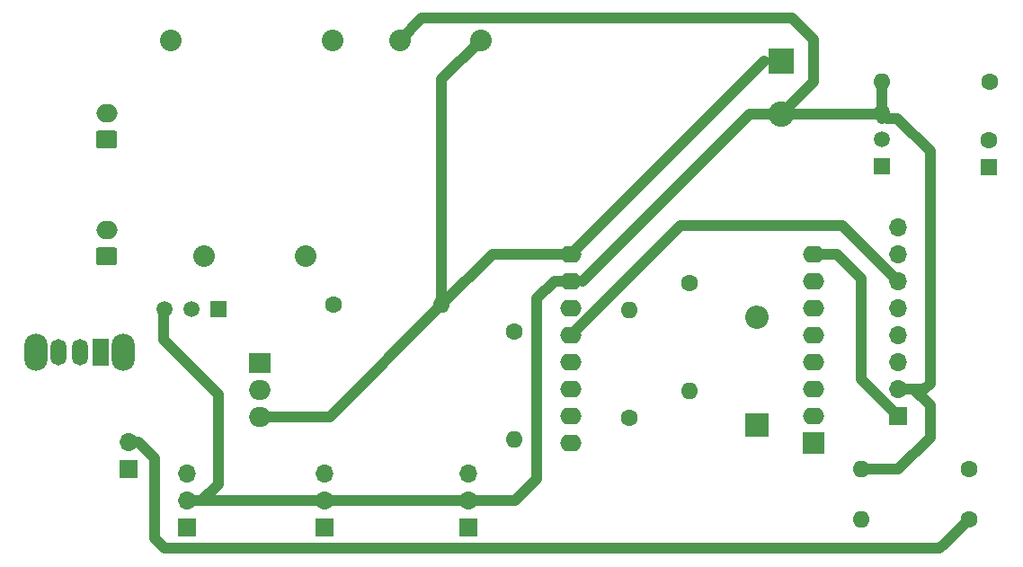
<source format=gbl>
%TF.GenerationSoftware,KiCad,Pcbnew,5.1.7-a382d34a8~88~ubuntu18.04.1*%
%TF.CreationDate,2021-03-14T22:14:16-04:00*%
%TF.ProjectId,CroqueLivreSaintGerard2021_V1,43726f71-7565-44c6-9976-72655361696e,rev?*%
%TF.SameCoordinates,Original*%
%TF.FileFunction,Copper,L2,Bot*%
%TF.FilePolarity,Positive*%
%FSLAX46Y46*%
G04 Gerber Fmt 4.6, Leading zero omitted, Abs format (unit mm)*
G04 Created by KiCad (PCBNEW 5.1.7-a382d34a8~88~ubuntu18.04.1) date 2021-03-14 22:14:16*
%MOMM*%
%LPD*%
G01*
G04 APERTURE LIST*
%TA.AperFunction,ComponentPad*%
%ADD10O,2.000000X1.700000*%
%TD*%
%TA.AperFunction,ComponentPad*%
%ADD11O,2.000000X1.600000*%
%TD*%
%TA.AperFunction,ComponentPad*%
%ADD12R,2.000000X2.000000*%
%TD*%
%TA.AperFunction,ComponentPad*%
%ADD13R,1.600000X1.600000*%
%TD*%
%TA.AperFunction,ComponentPad*%
%ADD14C,1.600000*%
%TD*%
%TA.AperFunction,ComponentPad*%
%ADD15R,2.400000X2.400000*%
%TD*%
%TA.AperFunction,ComponentPad*%
%ADD16C,2.400000*%
%TD*%
%TA.AperFunction,ComponentPad*%
%ADD17R,1.700000X1.700000*%
%TD*%
%TA.AperFunction,ComponentPad*%
%ADD18O,1.700000X1.700000*%
%TD*%
%TA.AperFunction,ComponentPad*%
%ADD19C,1.500000*%
%TD*%
%TA.AperFunction,ComponentPad*%
%ADD20R,1.500000X1.500000*%
%TD*%
%TA.AperFunction,ComponentPad*%
%ADD21R,2.000000X1.905000*%
%TD*%
%TA.AperFunction,ComponentPad*%
%ADD22O,2.000000X1.905000*%
%TD*%
%TA.AperFunction,ComponentPad*%
%ADD23C,2.032000*%
%TD*%
%TA.AperFunction,ComponentPad*%
%ADD24R,1.500000X2.500000*%
%TD*%
%TA.AperFunction,ComponentPad*%
%ADD25O,1.500000X2.500000*%
%TD*%
%TA.AperFunction,ComponentPad*%
%ADD26O,2.200000X3.500000*%
%TD*%
%TA.AperFunction,ComponentPad*%
%ADD27O,1.600000X1.600000*%
%TD*%
%TA.AperFunction,ComponentPad*%
%ADD28R,2.200000X2.200000*%
%TD*%
%TA.AperFunction,ComponentPad*%
%ADD29O,2.200000X2.200000*%
%TD*%
%TA.AperFunction,Conductor*%
%ADD30C,1.000000*%
%TD*%
%TA.AperFunction,Conductor*%
%ADD31C,0.500000*%
%TD*%
G04 APERTURE END LIST*
D10*
%TO.P,+ -,2*%
%TO.N,/LIPO+SWITCH*%
X111275000Y-88625000D03*
%TO.P,+ -,1*%
%TO.N,/LIPO-*%
%TA.AperFunction,ComponentPad*%
G36*
G01*
X112025000Y-91975000D02*
X110525000Y-91975000D01*
G75*
G02*
X110275000Y-91725000I0J250000D01*
G01*
X110275000Y-90525000D01*
G75*
G02*
X110525000Y-90275000I250000J0D01*
G01*
X112025000Y-90275000D01*
G75*
G02*
X112275000Y-90525000I0J-250000D01*
G01*
X112275000Y-91725000D01*
G75*
G02*
X112025000Y-91975000I-250000J0D01*
G01*
G37*
%TD.AperFunction*%
%TD*%
%TO.P,+ -,2*%
%TO.N,/SOLAR+*%
X111275000Y-77625000D03*
%TO.P,+ -,1*%
%TO.N,/SOLAR-*%
%TA.AperFunction,ComponentPad*%
G36*
G01*
X112025000Y-80975000D02*
X110525000Y-80975000D01*
G75*
G02*
X110275000Y-80725000I0J250000D01*
G01*
X110275000Y-79525000D01*
G75*
G02*
X110525000Y-79275000I250000J0D01*
G01*
X112025000Y-79275000D01*
G75*
G02*
X112275000Y-79525000I0J-250000D01*
G01*
X112275000Y-80725000D01*
G75*
G02*
X112025000Y-80975000I-250000J0D01*
G01*
G37*
%TD.AperFunction*%
%TD*%
D11*
%TO.P,U2,2*%
%TO.N,/A0*%
X177835000Y-106155000D03*
D12*
%TO.P,U2,1*%
%TO.N,/WEMOS_RESET*%
X177835000Y-108695000D03*
D11*
%TO.P,U2,3*%
%TO.N,/D0*%
X177835000Y-103615000D03*
%TO.P,U2,4*%
%TO.N,/CLK*%
X177835000Y-101075000D03*
%TO.P,U2,5*%
%TO.N,/MOSFET_CTRL*%
X177835000Y-98535000D03*
%TO.P,U2,6*%
%TO.N,/DIN*%
X177835000Y-95995000D03*
%TO.P,U2,7*%
%TO.N,/CS*%
X177835000Y-93455000D03*
%TO.P,U2,8*%
%TO.N,/3.3V*%
X177835000Y-90915000D03*
%TO.P,U2,9*%
%TO.N,+5V*%
X154975000Y-90915000D03*
%TO.P,U2,10*%
%TO.N,GND*%
X154975000Y-93455000D03*
%TO.P,U2,11*%
%TO.N,/RST*%
X154975000Y-95995000D03*
%TO.P,U2,12*%
%TO.N,/DC*%
X154975000Y-98535000D03*
%TO.P,U2,13*%
%TO.N,/BUSY*%
X154975000Y-101075000D03*
%TO.P,U2,14*%
%TO.N,/WS2812B_DATA_IN*%
X154975000Y-103615000D03*
%TO.P,U2,15*%
%TO.N,N/C*%
X154975000Y-106155000D03*
%TO.P,U2,16*%
X154975000Y-108695000D03*
%TD*%
D13*
%TO.P,C1,1*%
%TO.N,Net-(C1-Pad1)*%
X194335000Y-82695000D03*
D14*
%TO.P,C1,2*%
%TO.N,Net-(C1-Pad2)*%
X194335000Y-80195000D03*
%TD*%
D15*
%TO.P,C2,1*%
%TO.N,+5V*%
X174835000Y-72695000D03*
D16*
%TO.P,C2,2*%
%TO.N,GND*%
X174835000Y-77695000D03*
%TD*%
D17*
%TO.P,J2,1*%
%TO.N,Net-(J2-Pad1)*%
X113335000Y-111195000D03*
D18*
%TO.P,J2,2*%
%TO.N,Net-(C1-Pad1)*%
X113335000Y-108655000D03*
%TD*%
%TO.P,J7,8*%
%TO.N,/BUSY*%
X185835000Y-88415000D03*
%TO.P,J7,7*%
%TO.N,/RST*%
X185835000Y-90955000D03*
%TO.P,J7,6*%
%TO.N,/DC*%
X185835000Y-93495000D03*
%TO.P,J7,5*%
%TO.N,/CS*%
X185835000Y-96035000D03*
%TO.P,J7,4*%
%TO.N,/CLK*%
X185835000Y-98575000D03*
%TO.P,J7,3*%
%TO.N,/DIN*%
X185835000Y-101115000D03*
%TO.P,J7,2*%
%TO.N,GND*%
X185835000Y-103655000D03*
D17*
%TO.P,J7,1*%
%TO.N,/3.3V*%
X185835000Y-106195000D03*
%TD*%
D19*
%TO.P,Q1,2*%
%TO.N,Net-(C1-Pad2)*%
X184275000Y-80085000D03*
%TO.P,Q1,3*%
%TO.N,GND*%
X184275000Y-77545000D03*
D20*
%TO.P,Q1,1*%
%TO.N,/WEMOS_RESET*%
X184275000Y-82625000D03*
%TD*%
%TO.P,Q2,1*%
%TO.N,Net-(Q2-Pad1)*%
X121775000Y-96125000D03*
D19*
%TO.P,Q2,3*%
%TO.N,GND*%
X116695000Y-96125000D03*
%TO.P,Q2,2*%
%TO.N,Net-(Q2-Pad2)*%
X119235000Y-96125000D03*
%TD*%
D21*
%TO.P,Q3,1*%
%TO.N,Net-(Q2-Pad1)*%
X125675000Y-101155000D03*
D22*
%TO.P,Q3,2*%
%TO.N,/LED_VIN*%
X125675000Y-103695000D03*
%TO.P,Q3,3*%
%TO.N,+5V*%
X125675000Y-106235000D03*
%TD*%
D23*
%TO.P,U1,1*%
%TO.N,/SOLAR+*%
X132525000Y-70800000D03*
%TO.P,U1,2*%
%TO.N,/SOLAR-*%
X117285000Y-70800000D03*
%TO.P,U1,4*%
%TO.N,/LIPO-*%
X120460000Y-91120000D03*
%TO.P,U1,3*%
%TO.N,Net-(J2-Pad1)*%
X129985000Y-91120000D03*
%TO.P,U1,6*%
%TO.N,GND*%
X138875000Y-70800000D03*
%TO.P,U1,5*%
%TO.N,+5V*%
X146495000Y-70800000D03*
%TD*%
D17*
%TO.P,J4,1*%
%TO.N,/LED_DIN*%
X131835000Y-116695000D03*
D18*
%TO.P,J4,2*%
%TO.N,GND*%
X131835000Y-114155000D03*
%TO.P,J4,3*%
%TO.N,/LED_VIN*%
X131835000Y-111615000D03*
%TD*%
%TO.P,J5,3*%
%TO.N,/LED_VIN*%
X118835000Y-111615000D03*
%TO.P,J5,2*%
%TO.N,GND*%
X118835000Y-114155000D03*
D17*
%TO.P,J5,1*%
%TO.N,/LED_DIN*%
X118835000Y-116695000D03*
%TD*%
%TO.P,J6,1*%
%TO.N,/LED_DIN*%
X145335000Y-116695000D03*
D18*
%TO.P,J6,2*%
%TO.N,GND*%
X145335000Y-114155000D03*
%TO.P,J6,3*%
%TO.N,/LED_VIN*%
X145335000Y-111615000D03*
%TD*%
D24*
%TO.P,SW1,1*%
%TO.N,Net-(J2-Pad1)*%
X110735000Y-100195000D03*
D25*
%TO.P,SW1,2*%
%TO.N,/LIPO+SWITCH*%
X108735000Y-100195000D03*
%TO.P,SW1,3*%
%TO.N,N/C*%
X106735000Y-100195000D03*
D26*
%TO.P,SW1,*%
%TO.N,*%
X112835000Y-100195000D03*
X104635000Y-100195000D03*
%TD*%
D14*
%TO.P,R1,1*%
%TO.N,Net-(C1-Pad1)*%
X192495000Y-115885000D03*
D27*
%TO.P,R1,2*%
%TO.N,/A0*%
X182335000Y-115885000D03*
%TD*%
%TO.P,R2,2*%
%TO.N,GND*%
X182335000Y-111195000D03*
D14*
%TO.P,R2,1*%
%TO.N,/A0*%
X192495000Y-111195000D03*
%TD*%
%TO.P,R3,1*%
%TO.N,Net-(C1-Pad2)*%
X194495000Y-74695000D03*
D27*
%TO.P,R3,2*%
%TO.N,GND*%
X184335000Y-74695000D03*
%TD*%
%TO.P,R4,2*%
%TO.N,/WEMOS_RESET*%
X166180000Y-103820000D03*
D14*
%TO.P,R4,1*%
%TO.N,+5V*%
X166180000Y-93660000D03*
%TD*%
D27*
%TO.P,R5,2*%
%TO.N,/MOSFET_CTRL*%
X160465000Y-96200000D03*
D14*
%TO.P,R5,1*%
%TO.N,Net-(Q2-Pad2)*%
X160465000Y-106360000D03*
%TD*%
%TO.P,R6,1*%
%TO.N,Net-(Q2-Pad1)*%
X132675000Y-95695000D03*
D27*
%TO.P,R6,2*%
%TO.N,+5V*%
X142835000Y-95695000D03*
%TD*%
D14*
%TO.P,R7,1*%
%TO.N,/WS2812B_DATA_IN*%
X149670000Y-98195000D03*
D27*
%TO.P,R7,2*%
%TO.N,/LED_DIN*%
X149670000Y-108355000D03*
%TD*%
D28*
%TO.P,D1,1*%
%TO.N,/WEMOS_RESET*%
X172530000Y-106995000D03*
D29*
%TO.P,D1,2*%
%TO.N,/D0*%
X172530000Y-96835000D03*
%TD*%
D30*
%TO.N,Net-(C1-Pad1)*%
X190185000Y-118195000D02*
X192495000Y-115885000D01*
X114305000Y-108655000D02*
X115835000Y-110185000D01*
X113335000Y-108655000D02*
X114305000Y-108655000D01*
X115835000Y-110185000D02*
X115835000Y-117685000D01*
X116775000Y-118625000D02*
X189755000Y-118625000D01*
X115835000Y-117685000D02*
X116775000Y-118625000D01*
X189755000Y-118625000D02*
X190185000Y-118195000D01*
%TO.N,+5V*%
X147615000Y-90915000D02*
X142835000Y-95695000D01*
X154975000Y-90915000D02*
X147615000Y-90915000D01*
X142835000Y-74460000D02*
X146495000Y-70800000D01*
X142835000Y-95695000D02*
X142835000Y-74460000D01*
X132295000Y-106235000D02*
X142835000Y-95695000D01*
X125675000Y-106235000D02*
X132295000Y-106235000D01*
X173195000Y-72695000D02*
X154975000Y-90915000D01*
%TO.N,GND*%
X116650000Y-96200000D02*
X116650000Y-99010000D01*
D31*
X116650000Y-99010000D02*
X116835000Y-99195000D01*
D30*
X131835000Y-114155000D02*
X145335000Y-114155000D01*
D31*
X154975000Y-93455000D02*
X156075000Y-93455000D01*
D30*
X171835000Y-77695000D02*
X174835000Y-77695000D01*
X156075000Y-93455000D02*
X171835000Y-77695000D01*
D31*
X183915000Y-77695000D02*
X184335000Y-78115000D01*
D30*
X174835000Y-77695000D02*
X183915000Y-77695000D01*
X184335000Y-78115000D02*
X184335000Y-74695000D01*
X188835000Y-103105000D02*
X188835000Y-81195000D01*
X188835000Y-81195000D02*
X185755000Y-78115000D01*
X188285000Y-103655000D02*
X188835000Y-103105000D01*
X185835000Y-103655000D02*
X188285000Y-103655000D01*
X185835000Y-103655000D02*
X187295000Y-103655000D01*
X187295000Y-103655000D02*
X188835000Y-105195000D01*
X188835000Y-105195000D02*
X188835000Y-108195000D01*
X185835000Y-111195000D02*
X182335000Y-111195000D01*
X188835000Y-108195000D02*
X185835000Y-111195000D01*
X177835000Y-74695000D02*
X174835000Y-77695000D01*
X177835000Y-70695000D02*
X177835000Y-74695000D01*
X175835000Y-68695000D02*
X177835000Y-70695000D01*
X138875000Y-70800000D02*
X140980000Y-68695000D01*
X140980000Y-68695000D02*
X175835000Y-68695000D01*
X154975000Y-93455000D02*
X153445000Y-93455000D01*
X153445000Y-93455000D02*
X151775000Y-95125000D01*
X151775000Y-95125000D02*
X151775000Y-112125000D01*
X149745000Y-114155000D02*
X145335000Y-114155000D01*
X151775000Y-112125000D02*
X149745000Y-114155000D01*
X131835000Y-114155000D02*
X118835000Y-114155000D01*
X118835000Y-114155000D02*
X120245000Y-114155000D01*
X120245000Y-114155000D02*
X121775000Y-112625000D01*
X121775000Y-104135000D02*
X116650000Y-99010000D01*
X121775000Y-112625000D02*
X121775000Y-104135000D01*
X184845000Y-78115000D02*
X184275000Y-77545000D01*
X185755000Y-78115000D02*
X184845000Y-78115000D01*
%TO.N,/3.3V*%
X177835000Y-90915000D02*
X180055000Y-90915000D01*
X180055000Y-90915000D02*
X182335000Y-93195000D01*
X182335000Y-102695000D02*
X185835000Y-106195000D01*
X182335000Y-93195000D02*
X182335000Y-102695000D01*
%TO.N,/DC*%
X185835000Y-93495000D02*
X180535000Y-88195000D01*
X180535000Y-88195000D02*
X165335000Y-88195000D01*
D31*
X154995000Y-98535000D02*
X154975000Y-98535000D01*
D30*
X165335000Y-88195000D02*
X154995000Y-98535000D01*
%TD*%
M02*

</source>
